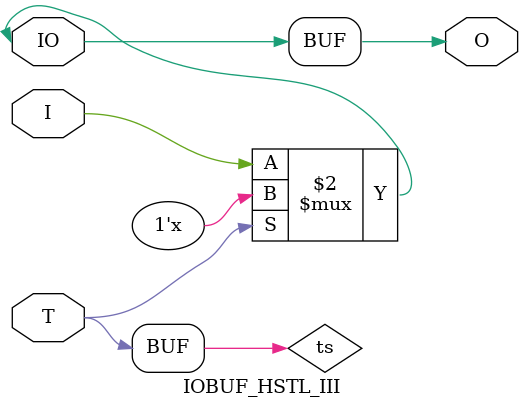
<source format=v>

/*

FUNCTION    : INPUT TRI-STATE OUTPUT BUFFER

*/

`celldefine
`timescale  100 ps / 10 ps

module IOBUF_HSTL_III (O, IO, I, T);

    output O;

    inout  IO;

    input  I, T;

    or O1 (ts, 1'b0, T);
    bufif0 T1 (IO, I, ts);

    buf B1 (O, IO);

endmodule

</source>
